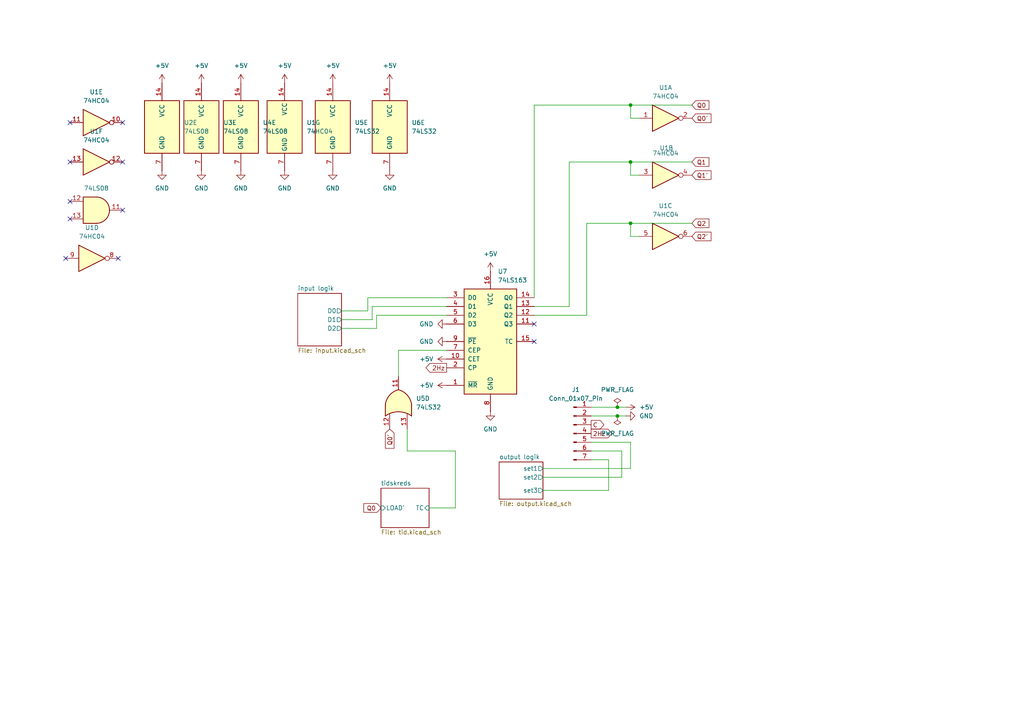
<source format=kicad_sch>
(kicad_sch (version 20250114) (generator "eeschema") (generator_version "9.0")
  (paper "A4")
  (lib_symbols
    (symbol "74xx:74HC04"
      (property "Reference" "U" (at 0 1.27 0))
      (property "Value" "74HC04" (at 0 -1.27 0))
      (symbol "74HC04_1_0"
        (polyline (pts (xy -3.81 3.81) (xy -3.81 -3.81) (xy 3.81 0) (xy -3.81 3.81)) (stroke (width 0.254)) (fill (type background)))
        (pin input line (at -7.62 0 0) (length 3.81) (name "~") (number "1"))
        (pin output inverted (at 7.62 0 180) (length 3.81) (name "~") (number "2"))
      )
      (symbol "74HC04_2_0"
        (polyline (pts (xy -3.81 3.81) (xy -3.81 -3.81) (xy 3.81 0) (xy -3.81 3.81)) (stroke (width 0.254)) (fill (type background)))
        (pin input line (at -7.62 0 0) (length 3.81) (name "~") (number "3"))
        (pin output inverted (at 7.62 0 180) (length 3.81) (name "~") (number "4"))
      )
      (symbol "74HC04_3_0"
        (polyline (pts (xy -3.81 3.81) (xy -3.81 -3.81) (xy 3.81 0) (xy -3.81 3.81)) (stroke (width 0.254)) (fill (type background)))
        (pin input line (at -7.62 0 0) (length 3.81) (name "~") (number "5"))
        (pin output inverted (at 7.62 0 180) (length 3.81) (name "~") (number "6"))
      )
      (symbol "74HC04_4_0"
        (polyline (pts (xy -3.81 3.81) (xy -3.81 -3.81) (xy 3.81 0) (xy -3.81 3.81)) (stroke (width 0.254)) (fill (type background)))
        (pin input line (at -7.62 0 0) (length 3.81) (name "~") (number "9"))
        (pin output inverted (at 7.62 0 180) (length 3.81) (name "~") (number "8"))
      )
      (symbol "74HC04_5_0"
        (polyline (pts (xy -3.81 3.81) (xy -3.81 -3.81) (xy 3.81 0) (xy -3.81 3.81)) (stroke (width 0.254)) (fill (type background)))
        (pin input line (at -7.62 0 0) (length 3.81) (name "~") (number "11"))
        (pin output inverted (at 7.62 0 180) (length 3.81) (name "~") (number "10"))
      )
      (symbol "74HC04_6_0"
        (polyline (pts (xy -3.81 3.81) (xy -3.81 -3.81) (xy 3.81 0) (xy -3.81 3.81)) (stroke (width 0.254)) (fill (type background)))
        (pin input line (at -7.62 0 0) (length 3.81) (name "~") (number "13"))
        (pin output inverted (at 7.62 0 180) (length 3.81) (name "~") (number "12"))
      )
      (symbol "74HC04_7_0"
        (pin power_in line (at 0 12.7 270) (length 5.08) (name "VCC") (number "14"))
        (pin power_in line (at 0 -12.7 90) (length 5.08) (name "GND") (number "7"))
      )
      (symbol "74HC04_7_1"
        (rectangle (start -5.08 7.62) (end 5.08 -7.62) (stroke (width 0.254)) (fill (type background)))
      )
    )
    (symbol "74xx:74LS08" (pin_names (offset 1.016))
      (property "Reference" "U" (at 0 1.27 0))
      (property "Value" "74LS08" (at 0 -1.27 0))
      (symbol "74LS08_1_1"
        (arc (start 0 3.81) (mid 3.7934 0) (end 0 -3.81) (stroke (width 0.254)) (fill (type background)))
        (polyline (pts (xy 0 3.81) (xy -3.81 3.81) (xy -3.81 -3.81) (xy 0 -3.81)) (stroke (width 0.254)) (fill (type background)))
        (pin input line (at -7.62 2.54 0) (length 3.81) (name "~") (number "1"))
        (pin input line (at -7.62 -2.54 0) (length 3.81) (name "~") (number "2"))
        (pin output line (at 7.62 0 180) (length 3.81) (name "~") (number "3"))
      )
      (symbol "74LS08_1_2"
        (arc (start -3.81 3.81) (mid -2.589 0) (end -3.81 -3.81) (stroke (width 0.254)))
        (polyline (pts (xy -3.81 3.81) (xy -0.635 3.81)) (stroke (width 0.254)) (fill (type background)))
        (polyline (pts (xy -3.81 -3.81) (xy -0.635 -3.81)) (stroke (width 0.254)) (fill (type background)))
        (arc (start 3.81 0) (mid 2.1855 -2.584) (end -0.6096 -3.81) (stroke (width 0.254)) (fill (type background)))
        (arc (start -0.6096 3.81) (mid 2.1928 2.5924) (end 3.81 0) (stroke (width 0.254)) (fill (type background)))
        (polyline (pts (xy -0.635 3.81) (xy -3.81 3.81) (xy -3.81 3.81) (xy -3.556 3.4036) (xy -3.0226 2.2606) (xy -2.6924 1.0414) (xy -2.6162 -0.254) (xy -2.7686 -1.4986) (xy -3.175 -2.7178) (xy -3.81 -3.81) (xy -3.81 -3.81) (xy -0.635 -3.81)) (stroke (width -25.4)) (fill (type background)))
        (pin input inverted (at -7.62 2.54 0) (length 4.318) (name "~") (number "1"))
        (pin input inverted (at -7.62 -2.54 0) (length 4.318) (name "~") (number "2"))
        (pin output inverted (at 7.62 0 180) (length 3.81) (name "~") (number "3"))
      )
      (symbol "74LS08_2_1"
        (arc (start 0 3.81) (mid 3.7934 0) (end 0 -3.81) (stroke (width 0.254)) (fill (type background)))
        (polyline (pts (xy 0 3.81) (xy -3.81 3.81) (xy -3.81 -3.81) (xy 0 -3.81)) (stroke (width 0.254)) (fill (type background)))
        (pin input line (at -7.62 2.54 0) (length 3.81) (name "~") (number "4"))
        (pin input line (at -7.62 -2.54 0) (length 3.81) (name "~") (number "5"))
        (pin output line (at 7.62 0 180) (length 3.81) (name "~") (number "6"))
      )
      (symbol "74LS08_2_2"
        (arc (start -3.81 3.81) (mid -2.589 0) (end -3.81 -3.81) (stroke (width 0.254)))
        (polyline (pts (xy -3.81 3.81) (xy -0.635 3.81)) (stroke (width 0.254)) (fill (type background)))
        (polyline (pts (xy -3.81 -3.81) (xy -0.635 -3.81)) (stroke (width 0.254)) (fill (type background)))
        (arc (start 3.81 0) (mid 2.1855 -2.584) (end -0.6096 -3.81) (stroke (width 0.254)) (fill (type background)))
        (arc (start -0.6096 3.81) (mid 2.1928 2.5924) (end 3.81 0) (stroke (width 0.254)) (fill (type background)))
        (polyline (pts (xy -0.635 3.81) (xy -3.81 3.81) (xy -3.81 3.81) (xy -3.556 3.4036) (xy -3.0226 2.2606) (xy -2.6924 1.0414) (xy -2.6162 -0.254) (xy -2.7686 -1.4986) (xy -3.175 -2.7178) (xy -3.81 -3.81) (xy -3.81 -3.81) (xy -0.635 -3.81)) (stroke (width -25.4)) (fill (type background)))
        (pin input inverted (at -7.62 2.54 0) (length 4.318) (name "~") (number "4"))
        (pin input inverted (at -7.62 -2.54 0) (length 4.318) (name "~") (number "5"))
        (pin output inverted (at 7.62 0 180) (length 3.81) (name "~") (number "6"))
      )
      (symbol "74LS08_3_1"
        (arc (start 0 3.81) (mid 3.7934 0) (end 0 -3.81) (stroke (width 0.254)) (fill (type background)))
        (polyline (pts (xy 0 3.81) (xy -3.81 3.81) (xy -3.81 -3.81) (xy 0 -3.81)) (stroke (width 0.254)) (fill (type background)))
        (pin input line (at -7.62 2.54 0) (length 3.81) (name "~") (number "9"))
        (pin input line (at -7.62 -2.54 0) (length 3.81) (name "~") (number "10"))
        (pin output line (at 7.62 0 180) (length 3.81) (name "~") (number "8"))
      )
      (symbol "74LS08_3_2"
        (arc (start -3.81 3.81) (mid -2.589 0) (end -3.81 -3.81) (stroke (width 0.254)))
        (polyline (pts (xy -3.81 3.81) (xy -0.635 3.81)) (stroke (width 0.254)) (fill (type background)))
        (polyline (pts (xy -3.81 -3.81) (xy -0.635 -3.81)) (stroke (width 0.254)) (fill (type background)))
        (arc (start 3.81 0) (mid 2.1855 -2.584) (end -0.6096 -3.81) (stroke (width 0.254)) (fill (type background)))
        (arc (start -0.6096 3.81) (mid 2.1928 2.5924) (end 3.81 0) (stroke (width 0.254)) (fill (type background)))
        (polyline (pts (xy -0.635 3.81) (xy -3.81 3.81) (xy -3.81 3.81) (xy -3.556 3.4036) (xy -3.0226 2.2606) (xy -2.6924 1.0414) (xy -2.6162 -0.254) (xy -2.7686 -1.4986) (xy -3.175 -2.7178) (xy -3.81 -3.81) (xy -3.81 -3.81) (xy -0.635 -3.81)) (stroke (width -25.4)) (fill (type background)))
        (pin input inverted (at -7.62 2.54 0) (length 4.318) (name "~") (number "9"))
        (pin input inverted (at -7.62 -2.54 0) (length 4.318) (name "~") (number "10"))
        (pin output inverted (at 7.62 0 180) (length 3.81) (name "~") (number "8"))
      )
      (symbol "74LS08_4_1"
        (arc (start 0 3.81) (mid 3.7934 0) (end 0 -3.81) (stroke (width 0.254)) (fill (type background)))
        (polyline (pts (xy 0 3.81) (xy -3.81 3.81) (xy -3.81 -3.81) (xy 0 -3.81)) (stroke (width 0.254)) (fill (type background)))
        (pin input line (at -7.62 2.54 0) (length 3.81) (name "~") (number "12"))
        (pin input line (at -7.62 -2.54 0) (length 3.81) (name "~") (number "13"))
        (pin output line (at 7.62 0 180) (length 3.81) (name "~") (number "11"))
      )
      (symbol "74LS08_4_2"
        (arc (start -3.81 3.81) (mid -2.589 0) (end -3.81 -3.81) (stroke (width 0.254)))
        (polyline (pts (xy -3.81 3.81) (xy -0.635 3.81)) (stroke (width 0.254)) (fill (type background)))
        (polyline (pts (xy -3.81 -3.81) (xy -0.635 -3.81)) (stroke (width 0.254)) (fill (type background)))
        (arc (start 3.81 0) (mid 2.1855 -2.584) (end -0.6096 -3.81) (stroke (width 0.254)) (fill (type background)))
        (arc (start -0.6096 3.81) (mid 2.1928 2.5924) (end 3.81 0) (stroke (width 0.254)) (fill (type background)))
        (polyline (pts (xy -0.635 3.81) (xy -3.81 3.81) (xy -3.81 3.81) (xy -3.556 3.4036) (xy -3.0226 2.2606) (xy -2.6924 1.0414) (xy -2.6162 -0.254) (xy -2.7686 -1.4986) (xy -3.175 -2.7178) (xy -3.81 -3.81) (xy -3.81 -3.81) (xy -0.635 -3.81)) (stroke (width -25.4)) (fill (type background)))
        (pin input inverted (at -7.62 2.54 0) (length 4.318) (name "~") (number "12"))
        (pin input inverted (at -7.62 -2.54 0) (length 4.318) (name "~") (number "13"))
        (pin output inverted (at 7.62 0 180) (length 3.81) (name "~") (number "11"))
      )
      (symbol "74LS08_5_0"
        (pin power_in line (at 0 12.7 270) (length 5.08) (name "VCC") (number "14"))
        (pin power_in line (at 0 -12.7 90) (length 5.08) (name "GND") (number "7"))
      )
      (symbol "74LS08_5_1"
        (rectangle (start -5.08 7.62) (end 5.08 -7.62) (stroke (width 0.254)) (fill (type background)))
      )
    )
    (symbol "74xx:74LS163" (pin_names (offset 1.016))
      (property "Reference" "U" (at -7.62 16.51 0))
      (property "Value" "74LS163" (at -7.62 -16.51 0))
      (symbol "74LS163_1_0"
        (pin input line (at -12.7 12.7 0) (length 5.08) (name "D0") (number "3"))
        (pin input line (at -12.7 10.16 0) (length 5.08) (name "D1") (number "4"))
        (pin input line (at -12.7 7.62 0) (length 5.08) (name "D2") (number "5"))
        (pin input line (at -12.7 5.08 0) (length 5.08) (name "D3") (number "6"))
        (pin input line (at -12.7 0 0) (length 5.08) (name "~{PE}") (number "9"))
        (pin input line (at -12.7 -2.54 0) (length 5.08) (name "CEP") (number "7"))
        (pin input line (at -12.7 -5.08 0) (length 5.08) (name "CET") (number "10"))
        (pin input line (at -12.7 -7.62 0) (length 5.08) (name "CP") (number "2"))
        (pin input line (at -12.7 -12.7 0) (length 5.08) (name "~{MR}") (number "1"))
        (pin power_in line (at 0 20.32 270) (length 5.08) (name "VCC") (number "16"))
        (pin power_in line (at 0 -20.32 90) (length 5.08) (name "GND") (number "8"))
        (pin output line (at 12.7 12.7 180) (length 5.08) (name "Q0") (number "14"))
        (pin output line (at 12.7 10.16 180) (length 5.08) (name "Q1") (number "13"))
        (pin output line (at 12.7 7.62 180) (length 5.08) (name "Q2") (number "12"))
        (pin output line (at 12.7 5.08 180) (length 5.08) (name "Q3") (number "11"))
        (pin output line (at 12.7 0 180) (length 5.08) (name "TC") (number "15"))
      )
      (symbol "74LS163_1_1"
        (rectangle (start -7.62 15.24) (end 7.62 -15.24) (stroke (width 0.254)) (fill (type background)))
      )
    )
    (symbol "74xx:74LS32" (pin_names (offset 1.016))
      (property "Reference" "U" (at 0 1.27 0))
      (property "Value" "74LS32" (at 0 -1.27 0))
      (symbol "74LS32_1_1"
        (arc (start -3.81 3.81) (mid -2.589 0) (end -3.81 -3.81) (stroke (width 0.254)))
        (polyline (pts (xy -3.81 3.81) (xy -0.635 3.81)) (stroke (width 0.254)) (fill (type background)))
        (polyline (pts (xy -3.81 -3.81) (xy -0.635 -3.81)) (stroke (width 0.254)) (fill (type background)))
        (arc (start 3.81 0) (mid 2.1855 -2.584) (end -0.6096 -3.81) (stroke (width 0.254)) (fill (type background)))
        (arc (start -0.6096 3.81) (mid 2.1928 2.5924) (end 3.81 0) (stroke (width 0.254)) (fill (type background)))
        (polyline (pts (xy -0.635 3.81) (xy -3.81 3.81) (xy -3.81 3.81) (xy -3.556 3.4036) (xy -3.0226 2.2606) (xy -2.6924 1.0414) (xy -2.6162 -0.254) (xy -2.7686 -1.4986) (xy -3.175 -2.7178) (xy -3.81 -3.81) (xy -3.81 -3.81) (xy -0.635 -3.81)) (stroke (width -25.4)) (fill (type background)))
        (pin input line (at -7.62 2.54 0) (length 4.318) (name "~") (number "1"))
        (pin input line (at -7.62 -2.54 0) (length 4.318) (name "~") (number "2"))
        (pin output line (at 7.62 0 180) (length 3.81) (name "~") (number "3"))
      )
      (symbol "74LS32_1_2"
        (arc (start 0 3.81) (mid 3.7934 0) (end 0 -3.81) (stroke (width 0.254)) (fill (type background)))
        (polyline (pts (xy 0 3.81) (xy -3.81 3.81) (xy -3.81 -3.81) (xy 0 -3.81)) (stroke (width 0.254)) (fill (type background)))
        (pin input inverted (at -7.62 2.54 0) (length 3.81) (name "~") (number "1"))
        (pin input inverted (at -7.62 -2.54 0) (length 3.81) (name "~") (number "2"))
        (pin output inverted (at 7.62 0 180) (length 3.81) (name "~") (number "3"))
      )
      (symbol "74LS32_2_1"
        (arc (start -3.81 3.81) (mid -2.589 0) (end -3.81 -3.81) (stroke (width 0.254)))
        (polyline (pts (xy -3.81 3.81) (xy -0.635 3.81)) (stroke (width 0.254)) (fill (type background)))
        (polyline (pts (xy -3.81 -3.81) (xy -0.635 -3.81)) (stroke (width 0.254)) (fill (type background)))
        (arc (start 3.81 0) (mid 2.1855 -2.584) (end -0.6096 -3.81) (stroke (width 0.254)) (fill (type background)))
        (arc (start -0.6096 3.81) (mid 2.1928 2.5924) (end 3.81 0) (stroke (width 0.254)) (fill (type background)))
        (polyline (pts (xy -0.635 3.81) (xy -3.81 3.81) (xy -3.81 3.81) (xy -3.556 3.4036) (xy -3.0226 2.2606) (xy -2.6924 1.0414) (xy -2.6162 -0.254) (xy -2.7686 -1.4986) (xy -3.175 -2.7178) (xy -3.81 -3.81) (xy -3.81 -3.81) (xy -0.635 -3.81)) (stroke (width -25.4)) (fill (type background)))
        (pin input line (at -7.62 2.54 0) (length 4.318) (name "~") (number "4"))
        (pin input line (at -7.62 -2.54 0) (length 4.318) (name "~") (number "5"))
        (pin output line (at 7.62 0 180) (length 3.81) (name "~") (number "6"))
      )
      (symbol "74LS32_2_2"
        (arc (start 0 3.81) (mid 3.7934 0) (end 0 -3.81) (stroke (width 0.254)) (fill (type background)))
        (polyline (pts (xy 0 3.81) (xy -3.81 3.81) (xy -3.81 -3.81) (xy 0 -3.81)) (stroke (width 0.254)) (fill (type background)))
        (pin input inverted (at -7.62 2.54 0) (length 3.81) (name "~") (number "4"))
        (pin input inverted (at -7.62 -2.54 0) (length 3.81) (name "~") (number "5"))
        (pin output inverted (at 7.62 0 180) (length 3.81) (name "~") (number "6"))
      )
      (symbol "74LS32_3_1"
        (arc (start -3.81 3.81) (mid -2.589 0) (end -3.81 -3.81) (stroke (width 0.254)))
        (polyline (pts (xy -3.81 3.81) (xy -0.635 3.81)) (stroke (width 0.254)) (fill (type background)))
        (polyline (pts (xy -3.81 -3.81) (xy -0.635 -3.81)) (stroke (width 0.254)) (fill (type background)))
        (arc (start 3.81 0) (mid 2.1855 -2.584) (end -0.6096 -3.81) (stroke (width 0.254)) (fill (type background)))
        (arc (start -0.6096 3.81) (mid 2.1928 2.5924) (end 3.81 0) (stroke (width 0.254)) (fill (type background)))
        (polyline (pts (xy -0.635 3.81) (xy -3.81 3.81) (xy -3.81 3.81) (xy -3.556 3.4036) (xy -3.0226 2.2606) (xy -2.6924 1.0414) (xy -2.6162 -0.254) (xy -2.7686 -1.4986) (xy -3.175 -2.7178) (xy -3.81 -3.81) (xy -3.81 -3.81) (xy -0.635 -3.81)) (stroke (width -25.4)) (fill (type background)))
        (pin input line (at -7.62 2.54 0) (length 4.318) (name "~") (number "9"))
        (pin input line (at -7.62 -2.54 0) (length 4.318) (name "~") (number "10"))
        (pin output line (at 7.62 0 180) (length 3.81) (name "~") (number "8"))
      )
      (symbol "74LS32_3_2"
        (arc (start 0 3.81) (mid 3.7934 0) (end 0 -3.81) (stroke (width 0.254)) (fill (type background)))
        (polyline (pts (xy 0 3.81) (xy -3.81 3.81) (xy -3.81 -3.81) (xy 0 -3.81)) (stroke (width 0.254)) (fill (type background)))
        (pin input inverted (at -7.62 2.54 0) (length 3.81) (name "~") (number "9"))
        (pin input inverted (at -7.62 -2.54 0) (length 3.81) (name "~") (number "10"))
        (pin output inverted (at 7.62 0 180) (length 3.81) (name "~") (number "8"))
      )
      (symbol "74LS32_4_1"
        (arc (start -3.81 3.81) (mid -2.589 0) (end -3.81 -3.81) (stroke (width 0.254)))
        (polyline (pts (xy -3.81 3.81) (xy -0.635 3.81)) (stroke (width 0.254)) (fill (type background)))
        (polyline (pts (xy -3.81 -3.81) (xy -0.635 -3.81)) (stroke (width 0.254)) (fill (type background)))
        (arc (start 3.81 0) (mid 2.1855 -2.584) (end -0.6096 -3.81) (stroke (width 0.254)) (fill (type background)))
        (arc (start -0.6096 3.81) (mid 2.1928 2.5924) (end 3.81 0) (stroke (width 0.254)) (fill (type background)))
        (polyline (pts (xy -0.635 3.81) (xy -3.81 3.81) (xy -3.81 3.81) (xy -3.556 3.4036) (xy -3.0226 2.2606) (xy -2.6924 1.0414) (xy -2.6162 -0.254) (xy -2.7686 -1.4986) (xy -3.175 -2.7178) (xy -3.81 -3.81) (xy -3.81 -3.81) (xy -0.635 -3.81)) (stroke (width -25.4)) (fill (type background)))
        (pin input line (at -7.62 2.54 0) (length 4.318) (name "~") (number "12"))
        (pin input line (at -7.62 -2.54 0) (length 4.318) (name "~") (number "13"))
        (pin output line (at 7.62 0 180) (length 3.81) (name "~") (number "11"))
      )
      (symbol "74LS32_4_2"
        (arc (start 0 3.81) (mid 3.7934 0) (end 0 -3.81) (stroke (width 0.254)) (fill (type background)))
        (polyline (pts (xy 0 3.81) (xy -3.81 3.81) (xy -3.81 -3.81) (xy 0 -3.81)) (stroke (width 0.254)) (fill (type background)))
        (pin input inverted (at -7.62 2.54 0) (length 3.81) (name "~") (number "12"))
        (pin input inverted (at -7.62 -2.54 0) (length 3.81) (name "~") (number "13"))
        (pin output inverted (at 7.62 0 180) (length 3.81) (name "~") (number "11"))
      )
      (symbol "74LS32_5_0"
        (pin power_in line (at 0 12.7 270) (length 5.08) (name "VCC") (number "14"))
        (pin power_in line (at 0 -12.7 90) (length 5.08) (name "GND") (number "7"))
      )
      (symbol "74LS32_5_1"
        (rectangle (start -5.08 7.62) (end 5.08 -7.62) (stroke (width 0.254)) (fill (type background)))
      )
    )
    (symbol "Connector:Conn_01x07_Pin" (pin_names (offset 1.016) (hide yes))
      (property "Reference" "J" (at 0 10.16 0))
      (property "Value" "Conn_01x07_Pin" (at 0 -10.16 0))
      (symbol "Conn_01x07_Pin_1_1"
        (rectangle (start 0.8636 7.747) (end 0 7.493) (stroke (width 0.1524)) (fill (type outline)))
        (rectangle (start 0.8636 5.207) (end 0 4.953) (stroke (width 0.1524)) (fill (type outline)))
        (rectangle (start 0.8636 2.667) (end 0 2.413) (stroke (width 0.1524)) (fill (type outline)))
        (rectangle (start 0.8636 0.127) (end 0 -0.127) (stroke (width 0.1524)) (fill (type outline)))
        (rectangle (start 0.8636 -2.413) (end 0 -2.667) (stroke (width 0.1524)) (fill (type outline)))
        (rectangle (start 0.8636 -4.953) (end 0 -5.207) (stroke (width 0.1524)) (fill (type outline)))
        (rectangle (start 0.8636 -7.493) (end 0 -7.747) (stroke (width 0.1524)) (fill (type outline)))
        (polyline (pts (xy 1.27 7.62) (xy 0.8636 7.62)) (stroke (width 0.1524)))
        (polyline (pts (xy 1.27 5.08) (xy 0.8636 5.08)) (stroke (width 0.1524)))
        (polyline (pts (xy 1.27 2.54) (xy 0.8636 2.54)) (stroke (width 0.1524)))
        (polyline (pts (xy 1.27 0) (xy 0.8636 0)) (stroke (width 0.1524)))
        (polyline (pts (xy 1.27 -2.54) (xy 0.8636 -2.54)) (stroke (width 0.1524)))
        (polyline (pts (xy 1.27 -5.08) (xy 0.8636 -5.08)) (stroke (width 0.1524)))
        (polyline (pts (xy 1.27 -7.62) (xy 0.8636 -7.62)) (stroke (width 0.1524)))
        (pin passive line (at 5.08 7.62 180) (length 3.81) (name "Pin_1") (number "1"))
        (pin passive line (at 5.08 5.08 180) (length 3.81) (name "Pin_2") (number "2"))
        (pin passive line (at 5.08 2.54 180) (length 3.81) (name "Pin_3") (number "3"))
        (pin passive line (at 5.08 0 180) (length 3.81) (name "Pin_4") (number "4"))
        (pin passive line (at 5.08 -2.54 180) (length 3.81) (name "Pin_5") (number "5"))
        (pin passive line (at 5.08 -5.08 180) (length 3.81) (name "Pin_6") (number "6"))
        (pin passive line (at 5.08 -7.62 180) (length 3.81) (name "Pin_7") (number "7"))
      )
    )
    (symbol "power:+5V" (power) (pin_numbers (hide yes)) (pin_names (offset 0) (hide yes))
      (property "Value" "+5V" (at 0 3.556 0))
      (symbol "+5V_0_1"
        (polyline (pts (xy -0.762 1.27) (xy 0 2.54)))
        (polyline (pts (xy 0 2.54) (xy 0.762 1.27)))
        (polyline (pts (xy 0 0) (xy 0 2.54)))
      )
      (symbol "+5V_1_1"
        (pin power_in line (at 0 0 90) (length 0) (name "~") (number "1"))
      )
    )
    (symbol "power:GND" (power) (pin_numbers (hide yes)) (pin_names (offset 0) (hide yes))
      (property "Value" "GND" (at 0 -3.81 0))
      (symbol "GND_0_1"
        (polyline (pts (xy 0 0) (xy 0 -1.27) (xy 1.27 -1.27) (xy 0 -2.54) (xy -1.27 -1.27) (xy 0 -1.27)))
      )
      (symbol "GND_1_1"
        (pin power_in line (at 0 0 270) (length 0) (name "~") (number "1"))
      )
    )
    (symbol "power:PWR_FLAG" (power) (pin_numbers (hide yes)) (pin_names (offset 0) (hide yes))
      (property "Value" "PWR_FLAG" (at 0 3.81 0))
      (symbol "PWR_FLAG_0_0"
        (pin power_out line (at 0 0 90) (length 0) (name "~") (number "1"))
      )
      (symbol "PWR_FLAG_0_1"
        (polyline (pts (xy 0 0) (xy 0 1.27) (xy -1.016 1.905) (xy 0 2.54) (xy 1.016 1.905) (xy 0 1.27)))
      )
    )
  )
  (junction (at 182.88 46.99))
  (junction (at 182.88 30.48))
  (junction (at 182.88 64.77))
  (junction (at 179.07 120.65))
  (junction (at 179.07 118.11))
  (no_connect (at 35.56 46.99))
  (no_connect (at 154.94 99.06))
  (no_connect (at 20.32 46.99))
  (no_connect (at 35.56 60.96))
  (no_connect (at 35.56 35.56))
  (no_connect (at 20.32 63.5))
  (no_connect (at 154.94 93.98))
  (no_connect (at 20.32 58.42))
  (no_connect (at 34.29 74.93))
  (no_connect (at 19.05 74.93))
  (no_connect (at 20.32 35.56))
  (wire (pts (xy 182.88 64.77) (xy 182.88 68.58)))
  (wire (pts (xy 106.68 86.36) (xy 129.54 86.36)))
  (wire (pts (xy 182.88 46.99) (xy 200.66 46.99)))
  (wire (pts (xy 182.88 46.99) (xy 182.88 50.8)))
  (wire (pts (xy 124.46 147.32) (xy 132.08 147.32)))
  (wire (pts (xy 154.94 30.48) (xy 182.88 30.48)))
  (wire (pts (xy 132.08 130.81) (xy 118.11 130.81)))
  (wire (pts (xy 157.48 138.43) (xy 180.34 138.43)))
  (wire (pts (xy 154.94 91.44) (xy 170.18 91.44)))
  (wire (pts (xy 109.22 91.44) (xy 129.54 91.44)))
  (wire (pts (xy 99.06 92.71) (xy 107.95 92.71)))
  (wire (pts (xy 118.11 130.81) (xy 118.11 124.46)))
  (wire (pts (xy 99.06 95.25) (xy 109.22 95.25)))
  (wire (pts (xy 154.94 88.9) (xy 165.1 88.9)))
  (wire (pts (xy 115.57 109.22) (xy 115.57 101.6)))
  (wire (pts (xy 181.61 118.11) (xy 179.07 118.11)))
  (wire (pts (xy 176.53 133.35) (xy 171.45 133.35)))
  (wire (pts (xy 182.88 30.48) (xy 182.88 34.29)))
  (wire (pts (xy 181.61 120.65) (xy 179.07 120.65)))
  (wire (pts (xy 165.1 88.9) (xy 165.1 46.99)))
  (wire (pts (xy 157.48 135.89) (xy 182.88 135.89)))
  (wire (pts (xy 182.88 128.27) (xy 171.45 128.27)))
  (wire (pts (xy 115.57 101.6) (xy 129.54 101.6)))
  (wire (pts (xy 170.18 91.44) (xy 170.18 64.77)))
  (wire (pts (xy 176.53 142.24) (xy 176.53 133.35)))
  (wire (pts (xy 170.18 64.77) (xy 182.88 64.77)))
  (wire (pts (xy 182.88 135.89) (xy 182.88 128.27)))
  (wire (pts (xy 180.34 138.43) (xy 180.34 130.81)))
  (wire (pts (xy 99.06 90.17) (xy 106.68 90.17)))
  (wire (pts (xy 180.34 130.81) (xy 171.45 130.81)))
  (wire (pts (xy 107.95 92.71) (xy 107.95 88.9)))
  (wire (pts (xy 182.88 68.58) (xy 185.42 68.58)))
  (wire (pts (xy 165.1 46.99) (xy 182.88 46.99)))
  (wire (pts (xy 182.88 64.77) (xy 200.66 64.77)))
  (wire (pts (xy 182.88 50.8) (xy 185.42 50.8)))
  (wire (pts (xy 182.88 30.48) (xy 200.66 30.48)))
  (wire (pts (xy 132.08 147.32) (xy 132.08 130.81)))
  (wire (pts (xy 182.88 34.29) (xy 185.42 34.29)))
  (wire (pts (xy 179.07 120.65) (xy 171.45 120.65)))
  (wire (pts (xy 109.22 95.25) (xy 109.22 91.44)))
  (wire (pts (xy 106.68 90.17) (xy 106.68 86.36)))
  (wire (pts (xy 154.94 86.36) (xy 154.94 30.48)))
  (wire (pts (xy 107.95 88.9) (xy 129.54 88.9)))
  (wire (pts (xy 179.07 118.11) (xy 171.45 118.11)))
  (wire (pts (xy 157.48 142.24) (xy 176.53 142.24)))
  (global_label "Q0" (shape input) (at 110.49 147.32 180) (property "Intersheetrefs" "${INTERSHEET_REFS}" (effects (hide yes))))
  (global_label "Q1'" (shape input) (at 200.66 50.8 0) (property "Intersheetrefs" "${INTERSHEET_REFS}" (effects (hide yes))))
  (global_label "Q2'" (shape input) (at 200.66 68.58 0) (property "Intersheetrefs" "${INTERSHEET_REFS}" (effects (hide yes))))
  (global_label "Q2" (shape input) (at 200.66 64.77 0) (property "Intersheetrefs" "${INTERSHEET_REFS}" (effects (hide yes))))
  (global_label "Q1" (shape input) (at 200.66 46.99 0) (property "Intersheetrefs" "${INTERSHEET_REFS}" (effects (hide yes))))
  (global_label "Q0'" (shape input) (at 113.03 124.46 270) (property "Intersheetrefs" "${INTERSHEET_REFS}" (effects (hide yes))))
  (global_label "C" (shape output) (at 171.45 123.19 0) (property "Intersheetrefs" "${INTERSHEET_REFS}" (effects (hide yes))))
  (global_label "2Hz" (shape output) (at 129.54 106.68 180) (property "Intersheetrefs" "${INTERSHEET_REFS}" (effects (hide yes))))
  (global_label "Q0'" (shape input) (at 200.66 34.29 0) (property "Intersheetrefs" "${INTERSHEET_REFS}" (effects (hide yes))))
  (global_label "Q0" (shape input) (at 200.66 30.48 0) (property "Intersheetrefs" "${INTERSHEET_REFS}" (effects (hide yes))))
  (global_label "2Hz" (shape output) (at 171.45 125.73 0) (property "Intersheetrefs" "${INTERSHEET_REFS}" (effects (hide yes))))
  (symbol (lib_id "power:+5V") (at 58.42 24.13 0) (unit 1)
    (property "Reference" "#PWR09" (effects (hide yes)))
    (property "Value" "+5V" (at 58.42 19.05 0))
    (property "Description" "Power symbol creates a global label with name \"+5V\"" (effects (hide yes)))
  )
  (symbol (lib_id "74xx:74LS08") (at 69.85 36.83 0) (unit 5)
    (property "Reference" "U4" (at 76.2 35.5599 0) (effects (justify left)))
    (property "Value" "74LS08" (at 76.2 38.0999 0) (effects (justify left)))
    (property "Footprint" "Package_DIP:DIP-14_W7.62mm_LongPads" (effects (hide yes)))
    (property "Datasheet" "http://www.ti.com/lit/gpn/sn74LS08" (effects (hide yes)))
    (property "Description" "Quad And2" (effects (hide yes)))
  )
  (symbol (lib_id "74xx:74HC04") (at 82.55 36.83 0) (unit 7)
    (property "Reference" "U1" (at 88.9 35.5599 0) (effects (justify left)))
    (property "Value" "74HC04" (at 88.9 38.0999 0) (effects (justify left)))
    (property "Footprint" "Package_DIP:DIP-14_W7.62mm_LongPads" (effects (hide yes)))
    (property "Datasheet" "https://assets.nexperia.com/documents/data-sheet/74HC_HCT04.pdf" (effects (hide yes)))
    (property "Description" "Hex Inverter" (effects (hide yes)))
  )
  (symbol (lib_id "power:GND") (at 129.54 93.98 270) (unit 1)
    (property "Reference" "#PWR07" (effects (hide yes)))
    (property "Value" "GND" (at 125.73 93.9799 90) (effects (justify right)))
    (property "Description" "Power symbol creates a global label with name \"GND\" , ground" (effects (hide yes)))
  )
  (symbol (lib_id "power:GND") (at 181.61 120.65 90) (unit 1)
    (property "Reference" "#PWR028" (effects (hide yes)))
    (property "Value" "GND" (at 185.42 120.6499 90) (effects (justify right)))
    (property "Description" "Power symbol creates a global label with name \"GND\" , ground" (effects (hide yes)))
  )
  (symbol (lib_id "power:GND") (at 69.85 49.53 0) (unit 1)
    (property "Reference" "#PWR011" (effects (hide yes)))
    (property "Value" "GND" (at 69.85 54.61 0))
    (property "Description" "Power symbol creates a global label with name \"GND\" , ground" (effects (hide yes)))
  )
  (symbol (lib_id "power:+5V") (at 129.54 104.14 90) (unit 1)
    (property "Reference" "#PWR06" (effects (hide yes)))
    (property "Value" "+5V" (at 125.73 104.1399 90) (effects (justify left)))
    (property "Description" "Power symbol creates a global label with name \"+5V\"" (effects (hide yes)))
  )
  (symbol (lib_id "74xx:74LS08") (at 46.99 36.83 0) (unit 5)
    (property "Reference" "U2" (at 53.34 35.5599 0) (effects (justify left)))
    (property "Value" "74LS08" (at 53.34 38.0999 0) (effects (justify left)))
    (property "Footprint" "Package_DIP:DIP-14_W7.62mm_LongPads" (effects (hide yes)))
    (property "Datasheet" "http://www.ti.com/lit/gpn/sn74LS08" (effects (hide yes)))
    (property "Description" "Quad And2" (effects (hide yes)))
  )
  (symbol (lib_id "power:+5V") (at 129.54 111.76 90) (unit 1)
    (property "Reference" "#PWR05" (effects (hide yes)))
    (property "Value" "+5V" (at 125.73 111.7599 90) (effects (justify left)))
    (property "Description" "Power symbol creates a global label with name \"+5V\"" (effects (hide yes)))
  )
  (symbol (lib_id "Connector:Conn_01x07_Pin") (at 166.37 125.73 0) (unit 1)
    (property "Reference" "J1" (at 167.005 113.03 0))
    (property "Value" "Conn_01x07_Pin" (at 167.005 115.57 0))
    (property "Footprint" "Connector_PinSocket_2.54mm:PinSocket_1x07_P2.54mm_Vertical" (effects (hide yes)))
    (property "Description" "Generic connector, single row, 01x07, script generated" (effects (hide yes)))
  )
  (symbol (lib_id "power:GND") (at 142.24 119.38 0) (unit 1)
    (property "Reference" "#PWR02" (effects (hide yes)))
    (property "Value" "GND" (at 142.24 124.46 0))
    (property "Description" "Power symbol creates a global label with name \"GND\" , ground" (effects (hide yes)))
  )
  (symbol (lib_id "74xx:74HC04") (at 193.04 34.29 0) (unit 1)
    (property "Reference" "U1" (at 193.04 25.4 0))
    (property "Value" "74HC04" (at 193.04 27.94 0))
    (property "Footprint" "Package_DIP:DIP-14_W7.62mm_LongPads" (effects (hide yes)))
    (property "Datasheet" "https://assets.nexperia.com/documents/data-sheet/74HC_HCT04.pdf" (effects (hide yes)))
    (property "Description" "Hex Inverter" (effects (hide yes)))
  )
  (symbol (lib_id "power:PWR_FLAG") (at 179.07 118.11 0) (unit 1)
    (property "Reference" "#FLG01" (effects (hide yes)))
    (property "Value" "PWR_FLAG" (at 179.07 113.03 0))
    (property "Description" "Special symbol for telling ERC where power comes from" (effects (hide yes)))
  )
  (symbol (lib_id "74xx:74LS32") (at 96.52 36.83 0) (unit 5)
    (property "Reference" "U5" (at 102.87 35.5599 0) (effects (justify left)))
    (property "Value" "74LS32" (at 102.87 38.0999 0) (effects (justify left)))
    (property "Footprint" "Package_DIP:DIP-14_W7.62mm_LongPads" (effects (hide yes)))
    (property "Datasheet" "http://www.ti.com/lit/gpn/sn74LS32" (effects (hide yes)))
    (property "Description" "Quad 2-input OR" (effects (hide yes)))
  )
  (symbol (lib_id "power:+5V") (at 46.99 24.13 0) (unit 1)
    (property "Reference" "#PWR010" (effects (hide yes)))
    (property "Value" "+5V" (at 46.99 19.05 0))
    (property "Description" "Power symbol creates a global label with name \"+5V\"" (effects (hide yes)))
  )
  (symbol (lib_id "power:PWR_FLAG") (at 179.07 120.65 180) (unit 1)
    (property "Reference" "#FLG02" (effects (hide yes)))
    (property "Value" "PWR_FLAG" (at 179.07 125.73 0))
    (property "Description" "Special symbol for telling ERC where power comes from" (effects (hide yes)))
  )
  (symbol (lib_id "power:GND") (at 96.52 49.53 0) (unit 1)
    (property "Reference" "#PWR015" (effects (hide yes)))
    (property "Value" "GND" (at 96.52 54.61 0))
    (property "Description" "Power symbol creates a global label with name \"GND\" , ground" (effects (hide yes)))
  )
  (symbol (lib_id "power:GND") (at 58.42 49.53 0) (unit 1)
    (property "Reference" "#PWR012" (effects (hide yes)))
    (property "Value" "GND" (at 58.42 54.61 0))
    (property "Description" "Power symbol creates a global label with name \"GND\" , ground" (effects (hide yes)))
  )
  (symbol (lib_id "74xx:74LS08") (at 27.94 60.96 0) (unit 4)
    (property "Reference" "U4" (effects (hide yes)))
    (property "Value" "74LS08" (at 27.9317 54.61 0))
    (property "Footprint" "Package_DIP:DIP-14_W7.62mm_LongPads" (effects (hide yes)))
    (property "Datasheet" "http://www.ti.com/lit/gpn/sn74LS08" (effects (hide yes)))
    (property "Description" "Quad And2" (effects (hide yes)))
  )
  (symbol (lib_id "74xx:74LS08") (at 58.42 36.83 0) (unit 5)
    (property "Reference" "U3" (at 64.77 35.5599 0) (effects (justify left)))
    (property "Value" "74LS08" (at 64.77 38.0999 0) (effects (justify left)))
    (property "Footprint" "Package_DIP:DIP-14_W7.62mm_LongPads" (effects (hide yes)))
    (property "Datasheet" "http://www.ti.com/lit/gpn/sn74LS08" (effects (hide yes)))
    (property "Description" "Quad And2" (effects (hide yes)))
  )
  (symbol (lib_id "power:+5V") (at 96.52 24.13 0) (unit 1)
    (property "Reference" "#PWR014" (effects (hide yes)))
    (property "Value" "+5V" (at 96.52 19.05 0))
    (property "Description" "Power symbol creates a global label with name \"+5V\"" (effects (hide yes)))
  )
  (symbol (lib_id "power:+5V") (at 82.55 24.13 0) (unit 1)
    (property "Reference" "#PWR01" (effects (hide yes)))
    (property "Value" "+5V" (at 82.55 19.05 0))
    (property "Description" "Power symbol creates a global label with name \"+5V\"" (effects (hide yes)))
  )
  (symbol (lib_id "74xx:74HC04") (at 193.04 50.8 0) (unit 2)
    (property "Reference" "U1" (at 193.294 42.926 0))
    (property "Value" "74HC04" (at 193.04 44.45 0))
    (property "Footprint" "Package_DIP:DIP-14_W7.62mm_LongPads" (effects (hide yes)))
    (property "Datasheet" "https://assets.nexperia.com/documents/data-sheet/74HC_HCT04.pdf" (effects (hide yes)))
    (property "Description" "Hex Inverter" (effects (hide yes)))
  )
  (symbol (lib_id "74xx:74LS163") (at 142.24 99.06 0) (unit 1)
    (property "Reference" "U7" (at 144.3833 78.74 0) (effects (justify left)))
    (property "Value" "74LS163" (at 144.3833 81.28 0) (effects (justify left)))
    (property "Footprint" "Package_DIP:DIP-16_W7.62mm_LongPads" (effects (hide yes)))
    (property "Datasheet" "http://www.ti.com/lit/gpn/sn74LS163" (effects (hide yes)))
    (property "Description" "Synchronous 4-bit programmable binary Counter" (effects (hide yes)))
  )
  (symbol (lib_id "power:GND") (at 46.99 49.53 0) (unit 1)
    (property "Reference" "#PWR013" (effects (hide yes)))
    (property "Value" "GND" (at 46.99 54.61 0))
    (property "Description" "Power symbol creates a global label with name \"GND\" , ground" (effects (hide yes)))
  )
  (symbol (lib_id "power:GND") (at 82.55 49.53 0) (unit 1)
    (property "Reference" "#PWR03" (effects (hide yes)))
    (property "Value" "GND" (at 82.55 54.61 0))
    (property "Description" "Power symbol creates a global label with name \"GND\" , ground" (effects (hide yes)))
  )
  (symbol (lib_id "74xx:74LS32") (at 115.57 116.84 90) (unit 4)
    (property "Reference" "U5" (at 120.65 115.5699 90) (effects (justify right)))
    (property "Value" "74LS32" (at 120.65 118.1099 90) (effects (justify right)))
    (property "Footprint" "Package_DIP:DIP-14_W7.62mm_LongPads" (effects (hide yes)))
    (property "Datasheet" "http://www.ti.com/lit/gpn/sn74LS32" (effects (hide yes)))
    (property "Description" "Quad 2-input OR" (effects (hide yes)))
  )
  (symbol (lib_id "power:+5V") (at 69.85 24.13 0) (unit 1)
    (property "Reference" "#PWR08" (effects (hide yes)))
    (property "Value" "+5V" (at 69.85 19.05 0))
    (property "Description" "Power symbol creates a global label with name \"+5V\"" (effects (hide yes)))
  )
  (symbol (lib_id "power:+5V") (at 113.03 24.13 0) (unit 1)
    (property "Reference" "#PWR025" (effects (hide yes)))
    (property "Value" "+5V" (at 113.03 19.05 0))
    (property "Description" "Power symbol creates a global label with name \"+5V\"" (effects (hide yes)))
  )
  (symbol (lib_id "power:+5V") (at 181.61 118.11 270) (unit 1)
    (property "Reference" "#PWR027" (effects (hide yes)))
    (property "Value" "+5V" (at 185.42 118.1099 90) (effects (justify left)))
    (property "Description" "Power symbol creates a global label with name \"+5V\"" (effects (hide yes)))
  )
  (symbol (lib_id "74xx:74HC04") (at 26.67 74.93 0) (unit 4)
    (property "Reference" "U1" (at 26.67 66.04 0))
    (property "Value" "74HC04" (at 26.67 68.58 0))
    (property "Footprint" "Package_DIP:DIP-14_W7.62mm_LongPads" (effects (hide yes)))
    (property "Datasheet" "https://assets.nexperia.com/documents/data-sheet/74HC_HCT04.pdf" (effects (hide yes)))
    (property "Description" "Hex Inverter" (effects (hide yes)))
  )
  (symbol (lib_id "power:+5V") (at 142.24 78.74 0) (unit 1)
    (property "Reference" "#PWR0101" (effects (hide yes)))
    (property "Value" "+5V" (at 142.24 73.66 0))
    (property "Description" "Power symbol creates a global label with name \"+5V\"" (effects (hide yes)))
  )
  (symbol (lib_id "74xx:74HC04") (at 27.94 46.99 0) (unit 6)
    (property "Reference" "U1" (at 27.94 38.1 0))
    (property "Value" "74HC04" (at 27.94 40.64 0))
    (property "Footprint" "Package_DIP:DIP-14_W7.62mm_LongPads" (effects (hide yes)))
    (property "Datasheet" "https://assets.nexperia.com/documents/data-sheet/74HC_HCT04.pdf" (effects (hide yes)))
    (property "Description" "Hex Inverter" (effects (hide yes)))
  )
  (symbol (lib_id "74xx:74HC04") (at 193.04 68.58 0) (unit 3)
    (property "Reference" "U1" (at 193.04 59.69 0))
    (property "Value" "74HC04" (at 193.04 62.23 0))
    (property "Footprint" "Package_DIP:DIP-14_W7.62mm_LongPads" (effects (hide yes)))
    (property "Datasheet" "https://assets.nexperia.com/documents/data-sheet/74HC_HCT04.pdf" (effects (hide yes)))
    (property "Description" "Hex Inverter" (effects (hide yes)))
  )
  (symbol (lib_id "74xx:74LS32") (at 113.03 36.83 0) (unit 5)
    (property "Reference" "U6" (at 119.38 35.5599 0) (effects (justify left)))
    (property "Value" "74LS32" (at 119.38 38.0999 0) (effects (justify left)))
    (property "Footprint" "Package_DIP:DIP-14_W7.62mm_LongPads" (effects (hide yes)))
    (property "Datasheet" "http://www.ti.com/lit/gpn/sn74LS32" (effects (hide yes)))
    (property "Description" "Quad 2-input OR" (effects (hide yes)))
  )
  (symbol (lib_id "power:GND") (at 113.03 49.53 0) (unit 1)
    (property "Reference" "#PWR026" (effects (hide yes)))
    (property "Value" "GND" (at 113.03 54.61 0))
    (property "Description" "Power symbol creates a global label with name \"GND\" , ground" (effects (hide yes)))
  )
  (symbol (lib_id "power:GND") (at 129.54 99.06 270) (unit 1)
    (property "Reference" "#PWR04" (effects (hide yes)))
    (property "Value" "GND" (at 125.73 99.0599 90) (effects (justify right)))
    (property "Description" "Power symbol creates a global label with name \"GND\" , ground" (effects (hide yes)))
  )
  (symbol (lib_id "74xx:74HC04") (at 27.94 35.56 0) (unit 5)
    (property "Reference" "U1" (at 27.94 26.67 0))
    (property "Value" "74HC04" (at 27.94 29.21 0))
    (property "Footprint" "Package_DIP:DIP-14_W7.62mm_LongPads" (effects (hide yes)))
    (property "Datasheet" "https://assets.nexperia.com/documents/data-sheet/74HC_HCT04.pdf" (effects (hide yes)))
    (property "Description" "Hex Inverter" (effects (hide yes)))
  )
  (sheet (at 86.36 85.09) (size 12.7 15.24) (stroke (width 0.1524))
    (property "Sheetname" "input logik" (at 86.36 84.3784 0) (effects (justify left bottom)))
    (property "Sheetfile" "input.kicad_sch" (at 86.36 100.9146 0) (effects (justify left top)))
    (pin "D2" output (at 99.06 95.25 0))
    (pin "D1" output (at 99.06 92.71 0))
    (pin "D0" output (at 99.06 90.17 0))
  )
  (sheet (at 144.78 133.985) (size 12.7 10.795) (stroke (width 0.1524))
    (property "Sheetname" "output logik" (at 144.78 133.2734 0) (effects (justify left bottom)))
    (property "Sheetfile" "output.kicad_sch" (at 144.78 145.3646 0) (effects (justify left top)))
    (pin "set3" output (at 157.48 142.24 0))
    (pin "set1" output (at 157.48 135.89 0))
    (pin "set2" output (at 157.48 138.43 0))
  )
  (sheet (at 110.49 141.605) (size 13.97 11.43) (stroke (width 0.1524))
    (property "Sheetname" "tidskreds" (at 110.49 140.8934 0) (effects (justify left bottom)))
    (property "Sheetfile" "tid.kicad_sch" (at 110.49 153.6196 0) (effects (justify left top)))
    (pin "LOAD'" input (at 110.49 147.32 180))
    (pin "TC" input (at 124.46 147.32 0))
  )
)
</source>
